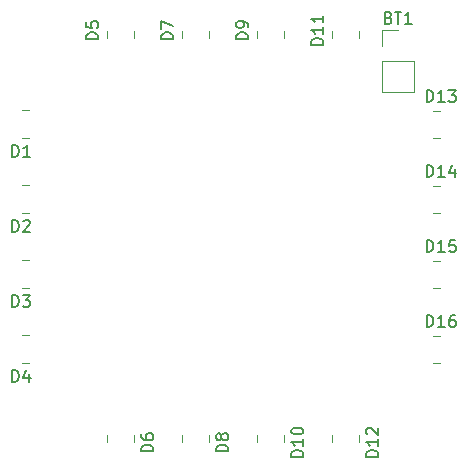
<source format=gbr>
%TF.GenerationSoftware,KiCad,Pcbnew,(5.1.6)-1*%
%TF.CreationDate,2020-10-17T14:01:34-04:00*%
%TF.ProjectId,KiCAD PCB,4b694341-4420-4504-9342-2e6b69636164,rev?*%
%TF.SameCoordinates,Original*%
%TF.FileFunction,Legend,Top*%
%TF.FilePolarity,Positive*%
%FSLAX46Y46*%
G04 Gerber Fmt 4.6, Leading zero omitted, Abs format (unit mm)*
G04 Created by KiCad (PCBNEW (5.1.6)-1) date 2020-10-17 14:01:34*
%MOMM*%
%LPD*%
G01*
G04 APERTURE LIST*
%ADD10C,0.120000*%
%ADD11C,0.150000*%
G04 APERTURE END LIST*
D10*
%TO.C,D16*%
X135648000Y-97670000D02*
X135068000Y-97670000D01*
X135648000Y-95380000D02*
X135068000Y-95380000D01*
%TO.C,D15*%
X135648000Y-91320000D02*
X135068000Y-91320000D01*
X135648000Y-89030000D02*
X135068000Y-89030000D01*
%TO.C,D14*%
X135648000Y-84970000D02*
X135068000Y-84970000D01*
X135648000Y-82680000D02*
X135068000Y-82680000D01*
%TO.C,D13*%
X135648000Y-78620000D02*
X135068000Y-78620000D01*
X135648000Y-76330000D02*
X135068000Y-76330000D01*
%TO.C,D12*%
X126485000Y-104360000D02*
X126485000Y-103780000D01*
X128775000Y-104360000D02*
X128775000Y-103780000D01*
%TO.C,D11*%
X128785000Y-69630000D02*
X128785000Y-70210000D01*
X126495000Y-69630000D02*
X126495000Y-70210000D01*
%TO.C,D10*%
X120135000Y-104360000D02*
X120135000Y-103780000D01*
X122425000Y-104360000D02*
X122425000Y-103780000D01*
%TO.C,D9*%
X122435000Y-69630000D02*
X122435000Y-70210000D01*
X120145000Y-69630000D02*
X120145000Y-70210000D01*
%TO.C,D8*%
X113785000Y-104360000D02*
X113785000Y-103780000D01*
X116075000Y-104360000D02*
X116075000Y-103780000D01*
%TO.C,D7*%
X116085000Y-69630000D02*
X116085000Y-70210000D01*
X113795000Y-69630000D02*
X113795000Y-70210000D01*
%TO.C,D6*%
X107435000Y-104360000D02*
X107435000Y-103780000D01*
X109725000Y-104360000D02*
X109725000Y-103780000D01*
%TO.C,D5*%
X109735000Y-69630000D02*
X109735000Y-70210000D01*
X107445000Y-69630000D02*
X107445000Y-70210000D01*
%TO.C,D4*%
X100237000Y-95370000D02*
X100817000Y-95370000D01*
X100237000Y-97660000D02*
X100817000Y-97660000D01*
%TO.C,D3*%
X100237000Y-89020000D02*
X100817000Y-89020000D01*
X100237000Y-91310000D02*
X100817000Y-91310000D01*
%TO.C,D2*%
X100237000Y-82670000D02*
X100817000Y-82670000D01*
X100237000Y-84960000D02*
X100817000Y-84960000D01*
%TO.C,D1*%
X100237000Y-76320000D02*
X100817000Y-76320000D01*
X100237000Y-78610000D02*
X100817000Y-78610000D01*
%TO.C,BT1*%
X130750000Y-74736000D02*
X133410000Y-74736000D01*
X130750000Y-72136000D02*
X130750000Y-74736000D01*
X133410000Y-72136000D02*
X133410000Y-74736000D01*
X130750000Y-72136000D02*
X133410000Y-72136000D01*
X130750000Y-70866000D02*
X130750000Y-69536000D01*
X130750000Y-69536000D02*
X132080000Y-69536000D01*
%TO.C,D16*%
D11*
X134513714Y-94642380D02*
X134513714Y-93642380D01*
X134751809Y-93642380D01*
X134894666Y-93690000D01*
X134989904Y-93785238D01*
X135037523Y-93880476D01*
X135085142Y-94070952D01*
X135085142Y-94213809D01*
X135037523Y-94404285D01*
X134989904Y-94499523D01*
X134894666Y-94594761D01*
X134751809Y-94642380D01*
X134513714Y-94642380D01*
X136037523Y-94642380D02*
X135466095Y-94642380D01*
X135751809Y-94642380D02*
X135751809Y-93642380D01*
X135656571Y-93785238D01*
X135561333Y-93880476D01*
X135466095Y-93928095D01*
X136894666Y-93642380D02*
X136704190Y-93642380D01*
X136608952Y-93690000D01*
X136561333Y-93737619D01*
X136466095Y-93880476D01*
X136418476Y-94070952D01*
X136418476Y-94451904D01*
X136466095Y-94547142D01*
X136513714Y-94594761D01*
X136608952Y-94642380D01*
X136799428Y-94642380D01*
X136894666Y-94594761D01*
X136942285Y-94547142D01*
X136989904Y-94451904D01*
X136989904Y-94213809D01*
X136942285Y-94118571D01*
X136894666Y-94070952D01*
X136799428Y-94023333D01*
X136608952Y-94023333D01*
X136513714Y-94070952D01*
X136466095Y-94118571D01*
X136418476Y-94213809D01*
%TO.C,D15*%
X134513714Y-88292380D02*
X134513714Y-87292380D01*
X134751809Y-87292380D01*
X134894666Y-87340000D01*
X134989904Y-87435238D01*
X135037523Y-87530476D01*
X135085142Y-87720952D01*
X135085142Y-87863809D01*
X135037523Y-88054285D01*
X134989904Y-88149523D01*
X134894666Y-88244761D01*
X134751809Y-88292380D01*
X134513714Y-88292380D01*
X136037523Y-88292380D02*
X135466095Y-88292380D01*
X135751809Y-88292380D02*
X135751809Y-87292380D01*
X135656571Y-87435238D01*
X135561333Y-87530476D01*
X135466095Y-87578095D01*
X136942285Y-87292380D02*
X136466095Y-87292380D01*
X136418476Y-87768571D01*
X136466095Y-87720952D01*
X136561333Y-87673333D01*
X136799428Y-87673333D01*
X136894666Y-87720952D01*
X136942285Y-87768571D01*
X136989904Y-87863809D01*
X136989904Y-88101904D01*
X136942285Y-88197142D01*
X136894666Y-88244761D01*
X136799428Y-88292380D01*
X136561333Y-88292380D01*
X136466095Y-88244761D01*
X136418476Y-88197142D01*
%TO.C,D14*%
X134513714Y-81942380D02*
X134513714Y-80942380D01*
X134751809Y-80942380D01*
X134894666Y-80990000D01*
X134989904Y-81085238D01*
X135037523Y-81180476D01*
X135085142Y-81370952D01*
X135085142Y-81513809D01*
X135037523Y-81704285D01*
X134989904Y-81799523D01*
X134894666Y-81894761D01*
X134751809Y-81942380D01*
X134513714Y-81942380D01*
X136037523Y-81942380D02*
X135466095Y-81942380D01*
X135751809Y-81942380D02*
X135751809Y-80942380D01*
X135656571Y-81085238D01*
X135561333Y-81180476D01*
X135466095Y-81228095D01*
X136894666Y-81275714D02*
X136894666Y-81942380D01*
X136656571Y-80894761D02*
X136418476Y-81609047D01*
X137037523Y-81609047D01*
%TO.C,D13*%
X134513714Y-75592380D02*
X134513714Y-74592380D01*
X134751809Y-74592380D01*
X134894666Y-74640000D01*
X134989904Y-74735238D01*
X135037523Y-74830476D01*
X135085142Y-75020952D01*
X135085142Y-75163809D01*
X135037523Y-75354285D01*
X134989904Y-75449523D01*
X134894666Y-75544761D01*
X134751809Y-75592380D01*
X134513714Y-75592380D01*
X136037523Y-75592380D02*
X135466095Y-75592380D01*
X135751809Y-75592380D02*
X135751809Y-74592380D01*
X135656571Y-74735238D01*
X135561333Y-74830476D01*
X135466095Y-74878095D01*
X136370857Y-74592380D02*
X136989904Y-74592380D01*
X136656571Y-74973333D01*
X136799428Y-74973333D01*
X136894666Y-75020952D01*
X136942285Y-75068571D01*
X136989904Y-75163809D01*
X136989904Y-75401904D01*
X136942285Y-75497142D01*
X136894666Y-75544761D01*
X136799428Y-75592380D01*
X136513714Y-75592380D01*
X136418476Y-75544761D01*
X136370857Y-75497142D01*
%TO.C,D12*%
X130417380Y-105654285D02*
X129417380Y-105654285D01*
X129417380Y-105416190D01*
X129465000Y-105273333D01*
X129560238Y-105178095D01*
X129655476Y-105130476D01*
X129845952Y-105082857D01*
X129988809Y-105082857D01*
X130179285Y-105130476D01*
X130274523Y-105178095D01*
X130369761Y-105273333D01*
X130417380Y-105416190D01*
X130417380Y-105654285D01*
X130417380Y-104130476D02*
X130417380Y-104701904D01*
X130417380Y-104416190D02*
X129417380Y-104416190D01*
X129560238Y-104511428D01*
X129655476Y-104606666D01*
X129703095Y-104701904D01*
X129512619Y-103749523D02*
X129465000Y-103701904D01*
X129417380Y-103606666D01*
X129417380Y-103368571D01*
X129465000Y-103273333D01*
X129512619Y-103225714D01*
X129607857Y-103178095D01*
X129703095Y-103178095D01*
X129845952Y-103225714D01*
X130417380Y-103797142D01*
X130417380Y-103178095D01*
%TO.C,D11*%
X125757380Y-70764285D02*
X124757380Y-70764285D01*
X124757380Y-70526190D01*
X124805000Y-70383333D01*
X124900238Y-70288095D01*
X124995476Y-70240476D01*
X125185952Y-70192857D01*
X125328809Y-70192857D01*
X125519285Y-70240476D01*
X125614523Y-70288095D01*
X125709761Y-70383333D01*
X125757380Y-70526190D01*
X125757380Y-70764285D01*
X125757380Y-69240476D02*
X125757380Y-69811904D01*
X125757380Y-69526190D02*
X124757380Y-69526190D01*
X124900238Y-69621428D01*
X124995476Y-69716666D01*
X125043095Y-69811904D01*
X125757380Y-68288095D02*
X125757380Y-68859523D01*
X125757380Y-68573809D02*
X124757380Y-68573809D01*
X124900238Y-68669047D01*
X124995476Y-68764285D01*
X125043095Y-68859523D01*
%TO.C,D10*%
X124067380Y-105654285D02*
X123067380Y-105654285D01*
X123067380Y-105416190D01*
X123115000Y-105273333D01*
X123210238Y-105178095D01*
X123305476Y-105130476D01*
X123495952Y-105082857D01*
X123638809Y-105082857D01*
X123829285Y-105130476D01*
X123924523Y-105178095D01*
X124019761Y-105273333D01*
X124067380Y-105416190D01*
X124067380Y-105654285D01*
X124067380Y-104130476D02*
X124067380Y-104701904D01*
X124067380Y-104416190D02*
X123067380Y-104416190D01*
X123210238Y-104511428D01*
X123305476Y-104606666D01*
X123353095Y-104701904D01*
X123067380Y-103511428D02*
X123067380Y-103416190D01*
X123115000Y-103320952D01*
X123162619Y-103273333D01*
X123257857Y-103225714D01*
X123448333Y-103178095D01*
X123686428Y-103178095D01*
X123876904Y-103225714D01*
X123972142Y-103273333D01*
X124019761Y-103320952D01*
X124067380Y-103416190D01*
X124067380Y-103511428D01*
X124019761Y-103606666D01*
X123972142Y-103654285D01*
X123876904Y-103701904D01*
X123686428Y-103749523D01*
X123448333Y-103749523D01*
X123257857Y-103701904D01*
X123162619Y-103654285D01*
X123115000Y-103606666D01*
X123067380Y-103511428D01*
%TO.C,D9*%
X119407380Y-70288095D02*
X118407380Y-70288095D01*
X118407380Y-70050000D01*
X118455000Y-69907142D01*
X118550238Y-69811904D01*
X118645476Y-69764285D01*
X118835952Y-69716666D01*
X118978809Y-69716666D01*
X119169285Y-69764285D01*
X119264523Y-69811904D01*
X119359761Y-69907142D01*
X119407380Y-70050000D01*
X119407380Y-70288095D01*
X119407380Y-69240476D02*
X119407380Y-69050000D01*
X119359761Y-68954761D01*
X119312142Y-68907142D01*
X119169285Y-68811904D01*
X118978809Y-68764285D01*
X118597857Y-68764285D01*
X118502619Y-68811904D01*
X118455000Y-68859523D01*
X118407380Y-68954761D01*
X118407380Y-69145238D01*
X118455000Y-69240476D01*
X118502619Y-69288095D01*
X118597857Y-69335714D01*
X118835952Y-69335714D01*
X118931190Y-69288095D01*
X118978809Y-69240476D01*
X119026428Y-69145238D01*
X119026428Y-68954761D01*
X118978809Y-68859523D01*
X118931190Y-68811904D01*
X118835952Y-68764285D01*
%TO.C,D8*%
X117717380Y-105178095D02*
X116717380Y-105178095D01*
X116717380Y-104940000D01*
X116765000Y-104797142D01*
X116860238Y-104701904D01*
X116955476Y-104654285D01*
X117145952Y-104606666D01*
X117288809Y-104606666D01*
X117479285Y-104654285D01*
X117574523Y-104701904D01*
X117669761Y-104797142D01*
X117717380Y-104940000D01*
X117717380Y-105178095D01*
X117145952Y-104035238D02*
X117098333Y-104130476D01*
X117050714Y-104178095D01*
X116955476Y-104225714D01*
X116907857Y-104225714D01*
X116812619Y-104178095D01*
X116765000Y-104130476D01*
X116717380Y-104035238D01*
X116717380Y-103844761D01*
X116765000Y-103749523D01*
X116812619Y-103701904D01*
X116907857Y-103654285D01*
X116955476Y-103654285D01*
X117050714Y-103701904D01*
X117098333Y-103749523D01*
X117145952Y-103844761D01*
X117145952Y-104035238D01*
X117193571Y-104130476D01*
X117241190Y-104178095D01*
X117336428Y-104225714D01*
X117526904Y-104225714D01*
X117622142Y-104178095D01*
X117669761Y-104130476D01*
X117717380Y-104035238D01*
X117717380Y-103844761D01*
X117669761Y-103749523D01*
X117622142Y-103701904D01*
X117526904Y-103654285D01*
X117336428Y-103654285D01*
X117241190Y-103701904D01*
X117193571Y-103749523D01*
X117145952Y-103844761D01*
%TO.C,D7*%
X113057380Y-70288095D02*
X112057380Y-70288095D01*
X112057380Y-70050000D01*
X112105000Y-69907142D01*
X112200238Y-69811904D01*
X112295476Y-69764285D01*
X112485952Y-69716666D01*
X112628809Y-69716666D01*
X112819285Y-69764285D01*
X112914523Y-69811904D01*
X113009761Y-69907142D01*
X113057380Y-70050000D01*
X113057380Y-70288095D01*
X112057380Y-69383333D02*
X112057380Y-68716666D01*
X113057380Y-69145238D01*
%TO.C,D6*%
X111367380Y-105178095D02*
X110367380Y-105178095D01*
X110367380Y-104940000D01*
X110415000Y-104797142D01*
X110510238Y-104701904D01*
X110605476Y-104654285D01*
X110795952Y-104606666D01*
X110938809Y-104606666D01*
X111129285Y-104654285D01*
X111224523Y-104701904D01*
X111319761Y-104797142D01*
X111367380Y-104940000D01*
X111367380Y-105178095D01*
X110367380Y-103749523D02*
X110367380Y-103940000D01*
X110415000Y-104035238D01*
X110462619Y-104082857D01*
X110605476Y-104178095D01*
X110795952Y-104225714D01*
X111176904Y-104225714D01*
X111272142Y-104178095D01*
X111319761Y-104130476D01*
X111367380Y-104035238D01*
X111367380Y-103844761D01*
X111319761Y-103749523D01*
X111272142Y-103701904D01*
X111176904Y-103654285D01*
X110938809Y-103654285D01*
X110843571Y-103701904D01*
X110795952Y-103749523D01*
X110748333Y-103844761D01*
X110748333Y-104035238D01*
X110795952Y-104130476D01*
X110843571Y-104178095D01*
X110938809Y-104225714D01*
%TO.C,D5*%
X106707380Y-70288095D02*
X105707380Y-70288095D01*
X105707380Y-70050000D01*
X105755000Y-69907142D01*
X105850238Y-69811904D01*
X105945476Y-69764285D01*
X106135952Y-69716666D01*
X106278809Y-69716666D01*
X106469285Y-69764285D01*
X106564523Y-69811904D01*
X106659761Y-69907142D01*
X106707380Y-70050000D01*
X106707380Y-70288095D01*
X105707380Y-68811904D02*
X105707380Y-69288095D01*
X106183571Y-69335714D01*
X106135952Y-69288095D01*
X106088333Y-69192857D01*
X106088333Y-68954761D01*
X106135952Y-68859523D01*
X106183571Y-68811904D01*
X106278809Y-68764285D01*
X106516904Y-68764285D01*
X106612142Y-68811904D01*
X106659761Y-68859523D01*
X106707380Y-68954761D01*
X106707380Y-69192857D01*
X106659761Y-69288095D01*
X106612142Y-69335714D01*
%TO.C,D4*%
X99418904Y-99302380D02*
X99418904Y-98302380D01*
X99657000Y-98302380D01*
X99799857Y-98350000D01*
X99895095Y-98445238D01*
X99942714Y-98540476D01*
X99990333Y-98730952D01*
X99990333Y-98873809D01*
X99942714Y-99064285D01*
X99895095Y-99159523D01*
X99799857Y-99254761D01*
X99657000Y-99302380D01*
X99418904Y-99302380D01*
X100847476Y-98635714D02*
X100847476Y-99302380D01*
X100609380Y-98254761D02*
X100371285Y-98969047D01*
X100990333Y-98969047D01*
%TO.C,D3*%
X99418904Y-92952380D02*
X99418904Y-91952380D01*
X99657000Y-91952380D01*
X99799857Y-92000000D01*
X99895095Y-92095238D01*
X99942714Y-92190476D01*
X99990333Y-92380952D01*
X99990333Y-92523809D01*
X99942714Y-92714285D01*
X99895095Y-92809523D01*
X99799857Y-92904761D01*
X99657000Y-92952380D01*
X99418904Y-92952380D01*
X100323666Y-91952380D02*
X100942714Y-91952380D01*
X100609380Y-92333333D01*
X100752238Y-92333333D01*
X100847476Y-92380952D01*
X100895095Y-92428571D01*
X100942714Y-92523809D01*
X100942714Y-92761904D01*
X100895095Y-92857142D01*
X100847476Y-92904761D01*
X100752238Y-92952380D01*
X100466523Y-92952380D01*
X100371285Y-92904761D01*
X100323666Y-92857142D01*
%TO.C,D2*%
X99418904Y-86602380D02*
X99418904Y-85602380D01*
X99657000Y-85602380D01*
X99799857Y-85650000D01*
X99895095Y-85745238D01*
X99942714Y-85840476D01*
X99990333Y-86030952D01*
X99990333Y-86173809D01*
X99942714Y-86364285D01*
X99895095Y-86459523D01*
X99799857Y-86554761D01*
X99657000Y-86602380D01*
X99418904Y-86602380D01*
X100371285Y-85697619D02*
X100418904Y-85650000D01*
X100514142Y-85602380D01*
X100752238Y-85602380D01*
X100847476Y-85650000D01*
X100895095Y-85697619D01*
X100942714Y-85792857D01*
X100942714Y-85888095D01*
X100895095Y-86030952D01*
X100323666Y-86602380D01*
X100942714Y-86602380D01*
%TO.C,D1*%
X99418904Y-80252380D02*
X99418904Y-79252380D01*
X99657000Y-79252380D01*
X99799857Y-79300000D01*
X99895095Y-79395238D01*
X99942714Y-79490476D01*
X99990333Y-79680952D01*
X99990333Y-79823809D01*
X99942714Y-80014285D01*
X99895095Y-80109523D01*
X99799857Y-80204761D01*
X99657000Y-80252380D01*
X99418904Y-80252380D01*
X100942714Y-80252380D02*
X100371285Y-80252380D01*
X100657000Y-80252380D02*
X100657000Y-79252380D01*
X100561761Y-79395238D01*
X100466523Y-79490476D01*
X100371285Y-79538095D01*
%TO.C,BT1*%
X131294285Y-68464571D02*
X131437142Y-68512190D01*
X131484761Y-68559809D01*
X131532380Y-68655047D01*
X131532380Y-68797904D01*
X131484761Y-68893142D01*
X131437142Y-68940761D01*
X131341904Y-68988380D01*
X130960952Y-68988380D01*
X130960952Y-67988380D01*
X131294285Y-67988380D01*
X131389523Y-68036000D01*
X131437142Y-68083619D01*
X131484761Y-68178857D01*
X131484761Y-68274095D01*
X131437142Y-68369333D01*
X131389523Y-68416952D01*
X131294285Y-68464571D01*
X130960952Y-68464571D01*
X131818095Y-67988380D02*
X132389523Y-67988380D01*
X132103809Y-68988380D02*
X132103809Y-67988380D01*
X133246666Y-68988380D02*
X132675238Y-68988380D01*
X132960952Y-68988380D02*
X132960952Y-67988380D01*
X132865714Y-68131238D01*
X132770476Y-68226476D01*
X132675238Y-68274095D01*
%TD*%
M02*

</source>
